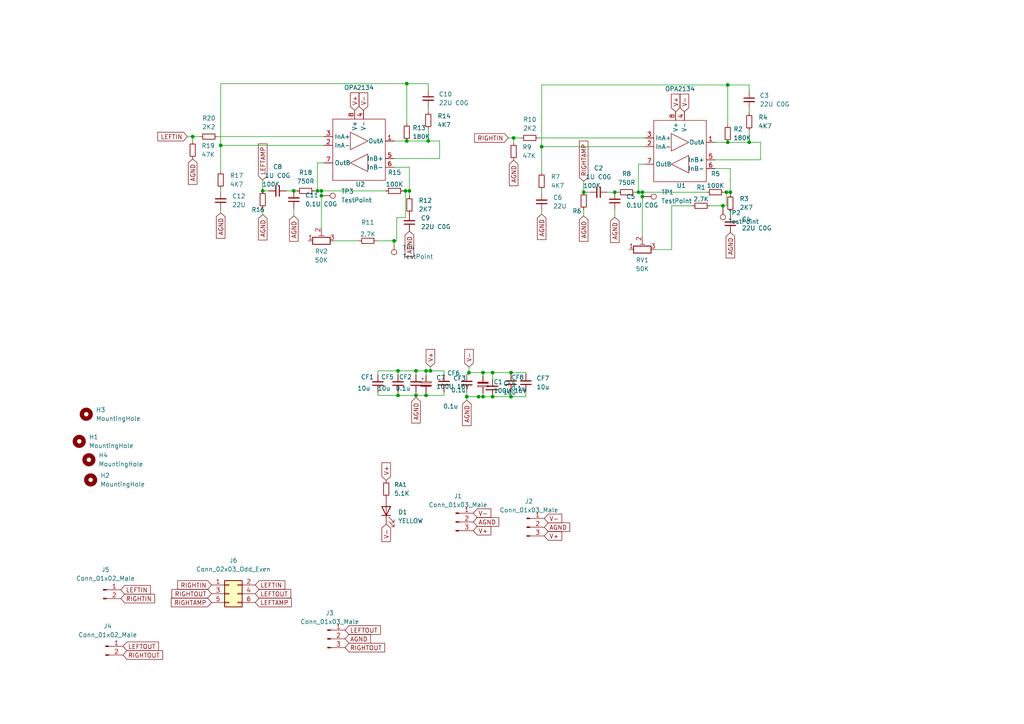
<source format=kicad_sch>
(kicad_sch (version 20230121) (generator eeschema)
  (paper "A4")
  (lib_symbols
    (symbol "Amplifier_Audio:OPA2134"
      (property "Reference" "U" (at 0 -2.54 0))
      (property "Value" "OPA2134" (at 0 0 0))
      (symbol "OPA2134_0_1"
        (rectangle (start -7.62 16.51) (end 7.62 -1.27))
        (polyline (pts (xy -2.54 12.7) (xy -2.54 7.62) (xy 2.54 10.16) (xy -2.54 12.7)))
        (polyline (pts (xy 2.54 6.35) (xy 2.54 1.27) (xy -2.54 3.81) (xy 2.54 6.35)))
      )
      (symbol "OPA2134_1_1"
        (pin output line (at 10.16 10.16 180) (length 2.54) (name "OutA") (number "1"))
        (pin input line (at -10.16 8.89 0) (length 2.54) (name "InA-") (number "2"))
        (pin input line (at -10.16 11.43 0) (length 2.54) (name "InA+") (number "3"))
        (pin input line (at 1.27 19.05 270) (length 2.54) (name "V-") (number "4"))
        (pin input line (at 10.16 5.08 180) (length 2.54) (name "InB+") (number "5"))
        (pin input line (at 10.16 2.54 180) (length 2.54) (name "InB-") (number "6"))
        (pin output line (at -10.16 3.81 0) (length 2.54) (name "OutB") (number "7"))
        (pin input line (at -1.27 19.05 270) (length 2.54) (name "V+") (number "8"))
      )
    )
    (symbol "Connector:Conn_01x02_Male" (pin_names (offset 1.016) hide)
      (property "Reference" "J" (at 0 2.54 0))
      (property "Value" "Conn_01x02_Male" (at 0 -5.08 0))
      (symbol "Conn_01x02_Male_1_1"
        (polyline (pts (xy 1.27 -2.54) (xy 0.8636 -2.54)) (stroke (width 0.1524)))
        (polyline (pts (xy 1.27 0) (xy 0.8636 0)) (stroke (width 0.1524)))
        (rectangle (start 0.8636 -2.413) (end 0 -2.667) (stroke (width 0.1524)) (fill (type outline)))
        (rectangle (start 0.8636 0.127) (end 0 -0.127) (stroke (width 0.1524)) (fill (type outline)))
        (pin passive line (at 5.08 0 180) (length 3.81) (name "Pin_1") (number "1"))
        (pin passive line (at 5.08 -2.54 180) (length 3.81) (name "Pin_2") (number "2"))
      )
    )
    (symbol "Connector:Conn_01x03_Male" (pin_names (offset 1.016) hide)
      (property "Reference" "J" (at 0 5.08 0))
      (property "Value" "Conn_01x03_Male" (at 0 -5.08 0))
      (symbol "Conn_01x03_Male_1_1"
        (polyline (pts (xy 1.27 -2.54) (xy 0.8636 -2.54)) (stroke (width 0.1524)))
        (polyline (pts (xy 1.27 0) (xy 0.8636 0)) (stroke (width 0.1524)))
        (polyline (pts (xy 1.27 2.54) (xy 0.8636 2.54)) (stroke (width 0.1524)))
        (rectangle (start 0.8636 -2.413) (end 0 -2.667) (stroke (width 0.1524)) (fill (type outline)))
        (rectangle (start 0.8636 0.127) (end 0 -0.127) (stroke (width 0.1524)) (fill (type outline)))
        (rectangle (start 0.8636 2.667) (end 0 2.413) (stroke (width 0.1524)) (fill (type outline)))
        (pin passive line (at 5.08 2.54 180) (length 3.81) (name "Pin_1") (number "1"))
        (pin passive line (at 5.08 0 180) (length 3.81) (name "Pin_2") (number "2"))
        (pin passive line (at 5.08 -2.54 180) (length 3.81) (name "Pin_3") (number "3"))
      )
    )
    (symbol "Connector:TestPoint" (pin_numbers hide) (pin_names (offset 0.762) hide)
      (property "Reference" "TP" (at 0 6.858 0))
      (property "Value" "TestPoint" (at 0 5.08 0))
      (symbol "TestPoint_0_1"
        (circle (center 0 3.302) (radius 0.762))
      )
      (symbol "TestPoint_1_1"
        (pin passive line (at 0 0 90) (length 2.54) (name "1") (number "1"))
      )
    )
    (symbol "Connector_Generic:Conn_02x03_Odd_Even" (pin_names (offset 1.016) hide)
      (property "Reference" "J" (at 1.27 5.08 0))
      (property "Value" "Conn_02x03_Odd_Even" (at 1.27 -5.08 0))
      (symbol "Conn_02x03_Odd_Even_1_1"
        (rectangle (start -1.27 -2.413) (end 0 -2.667) (stroke (width 0.1524)))
        (rectangle (start -1.27 0.127) (end 0 -0.127) (stroke (width 0.1524)))
        (rectangle (start -1.27 2.667) (end 0 2.413) (stroke (width 0.1524)))
        (rectangle (start -1.27 3.81) (end 3.81 -3.81) (stroke (width 0.254)) (fill (type background)))
        (rectangle (start 3.81 -2.413) (end 2.54 -2.667) (stroke (width 0.1524)))
        (rectangle (start 3.81 0.127) (end 2.54 -0.127) (stroke (width 0.1524)))
        (rectangle (start 3.81 2.667) (end 2.54 2.413) (stroke (width 0.1524)))
        (pin passive line (at -5.08 2.54 0) (length 3.81) (name "Pin_1") (number "1"))
        (pin passive line (at 7.62 2.54 180) (length 3.81) (name "Pin_2") (number "2"))
        (pin passive line (at -5.08 0 0) (length 3.81) (name "Pin_3") (number "3"))
        (pin passive line (at 7.62 0 180) (length 3.81) (name "Pin_4") (number "4"))
        (pin passive line (at -5.08 -2.54 0) (length 3.81) (name "Pin_5") (number "5"))
        (pin passive line (at 7.62 -2.54 180) (length 3.81) (name "Pin_6") (number "6"))
      )
    )
    (symbol "Device:C_Polarized_Small" (pin_numbers hide) (pin_names (offset 0.254) hide)
      (property "Reference" "C" (at 0.254 1.778 0))
      (property "Value" "C_Polarized_Small" (at 0.254 -2.032 0))
      (symbol "C_Polarized_Small_0_1"
        (rectangle (start -1.524 -0.3048) (end 1.524 -0.6858) (fill (type outline)))
        (rectangle (start -1.524 0.6858) (end 1.524 0.3048))
        (polyline (pts (xy -1.27 1.524) (xy -0.762 1.524)))
        (polyline (pts (xy -1.016 1.27) (xy -1.016 1.778)))
      )
      (symbol "C_Polarized_Small_1_1"
        (pin passive line (at 0 2.54 270) (length 1.8542) (name "~") (number "1"))
        (pin passive line (at 0 -2.54 90) (length 1.8542) (name "~") (number "2"))
      )
    )
    (symbol "Device:C_Small" (pin_numbers hide) (pin_names (offset 0.254) hide)
      (property "Reference" "C" (at 0.254 1.778 0))
      (property "Value" "C_Small" (at 0.254 -2.032 0))
      (symbol "C_Small_0_1"
        (polyline (pts (xy -1.524 -0.508) (xy 1.524 -0.508)) (stroke (width 0.3302)))
        (polyline (pts (xy -1.524 0.508) (xy 1.524 0.508)) (stroke (width 0.3048)))
      )
      (symbol "C_Small_1_1"
        (pin passive line (at 0 2.54 270) (length 2.032) (name "~") (number "1"))
        (pin passive line (at 0 -2.54 90) (length 2.032) (name "~") (number "2"))
      )
    )
    (symbol "Device:LED" (pin_numbers hide) (pin_names (offset 1.016) hide)
      (property "Reference" "D" (at 0 2.54 0))
      (property "Value" "LED" (at 0 -2.54 0))
      (symbol "LED_0_1"
        (polyline (pts (xy -1.27 -1.27) (xy -1.27 1.27)) (stroke (width 0.254)))
        (polyline (pts (xy -1.27 0) (xy 1.27 0)))
        (polyline (pts (xy 1.27 -1.27) (xy 1.27 1.27) (xy -1.27 0) (xy 1.27 -1.27)) (stroke (width 0.254)))
        (polyline (pts (xy -3.048 -0.762) (xy -4.572 -2.286) (xy -3.81 -2.286) (xy -4.572 -2.286) (xy -4.572 -1.524)))
        (polyline (pts (xy -1.778 -0.762) (xy -3.302 -2.286) (xy -2.54 -2.286) (xy -3.302 -2.286) (xy -3.302 -1.524)))
      )
      (symbol "LED_1_1"
        (pin passive line (at -3.81 0 0) (length 2.54) (name "K") (number "1"))
        (pin passive line (at 3.81 0 180) (length 2.54) (name "A") (number "2"))
      )
    )
    (symbol "Device:R_Potentiometer_Trim" (pin_names (offset 1.016) hide)
      (property "Reference" "RV" (at -4.445 0 90))
      (property "Value" "R_Potentiometer_Trim" (at -2.54 0 90))
      (symbol "R_Potentiometer_Trim_0_1"
        (polyline (pts (xy 1.524 0.762) (xy 1.524 -0.762)))
        (polyline (pts (xy 2.54 0) (xy 1.524 0)))
        (rectangle (start 1.016 2.54) (end -1.016 -2.54) (stroke (width 0.254)))
      )
      (symbol "R_Potentiometer_Trim_1_1"
        (pin passive line (at 0 3.81 270) (length 1.27) (name "1") (number "1"))
        (pin passive line (at 3.81 0 180) (length 1.27) (name "2") (number "2"))
        (pin passive line (at 0 -3.81 90) (length 1.27) (name "3") (number "3"))
      )
    )
    (symbol "Device:R_Small" (pin_numbers hide) (pin_names (offset 0.254) hide)
      (property "Reference" "R" (at 0.762 0.508 0))
      (property "Value" "R_Small" (at 0.762 -1.016 0))
      (symbol "R_Small_0_1"
        (rectangle (start -0.762 1.778) (end 0.762 -1.778) (stroke (width 0.2032)))
      )
      (symbol "R_Small_1_1"
        (pin passive line (at 0 2.54 270) (length 0.762) (name "~") (number "1"))
        (pin passive line (at 0 -2.54 90) (length 0.762) (name "~") (number "2"))
      )
    )
    (symbol "Mechanical:MountingHole" (pin_names (offset 1.016))
      (property "Reference" "H" (at 0 5.08 0))
      (property "Value" "MountingHole" (at 0 3.175 0))
      (symbol "MountingHole_0_1"
        (circle (center 0 0) (radius 1.27) (stroke (width 1.27)))
      )
    )
  )
  (junction (at 92.075 55.372))
  (junction (at 178.308 55.753))
  (junction (at 117.602 55.372))
  (junction (at 186.309 57.023))
  (junction (at 115.443 107.569))
  (junction (at 185.166 55.753))
  (junction (at 211.074 24.638))
  (junction (at 123.571 114.681))
  (junction (at 123.571 107.569))
  (junction (at 148.209 108.077))
  (junction (at 157.099 42.545))
  (junction (at 124.206 40.894))
  (junction (at 142.875 115.062))
  (junction (at 118.745 55.372))
  (junction (at 93.218 55.372))
  (junction (at 186.309 55.753))
  (junction (at 210.693 55.753))
  (junction (at 211.074 41.275))
  (junction (at 135.382 115.062))
  (junction (at 136.017 108.077))
  (junction (at 64.008 42.164))
  (junction (at 117.983 24.257))
  (junction (at 76.2 55.372))
  (junction (at 209.677 59.69))
  (junction (at 140.081 115.062))
  (junction (at 211.836 55.753))
  (junction (at 93.218 56.769))
  (junction (at 124.841 107.569))
  (junction (at 120.65 107.569))
  (junction (at 55.88 39.624))
  (junction (at 148.971 40.005))
  (junction (at 115.443 114.681))
  (junction (at 117.983 40.894))
  (junction (at 114.3 69.85))
  (junction (at 142.875 108.077))
  (junction (at 120.65 114.681))
  (junction (at 169.291 55.753))
  (junction (at 85.217 55.372))
  (junction (at 140.081 108.077))
  (junction (at 217.297 41.275))
  (junction (at 138.811 115.062))
  (junction (at 148.209 115.062))
  (wire (pts (xy 124.206 32.385) (xy 124.206 31.115)))
  (wire (pts (xy 117.602 55.372) (xy 118.745 55.372)))
  (wire (pts (xy 118.745 48.514) (xy 118.745 55.372)))
  (wire (pts (xy 92.075 47.244) (xy 93.98 47.244)))
  (wire (pts (xy 157.099 56.007) (xy 157.099 55.118)))
  (wire (pts (xy 178.308 62.992) (xy 178.308 60.833)))
  (wire (pts (xy 117.983 24.257) (xy 117.983 35.814)))
  (wire (pts (xy 118.745 55.372) (xy 118.745 56.896)))
  (wire (pts (xy 152.527 108.077) (xy 148.209 108.077)))
  (wire (pts (xy 185.166 55.753) (xy 185.166 47.625)))
  (wire (pts (xy 186.309 55.753) (xy 185.166 55.753)))
  (wire (pts (xy 115.062 69.85) (xy 114.3 69.85)))
  (wire (pts (xy 115.443 114.681) (xy 120.65 114.681)))
  (wire (pts (xy 136.017 108.077) (xy 140.081 108.077)))
  (wire (pts (xy 76.2 62.23) (xy 76.2 60.452)))
  (wire (pts (xy 93.218 55.372) (xy 111.887 55.372)))
  (wire (pts (xy 211.074 24.638) (xy 211.074 36.195)))
  (wire (pts (xy 114.3 45.974) (xy 127.508 45.974)))
  (wire (pts (xy 123.571 108.839) (xy 123.571 107.569)))
  (wire (pts (xy 123.571 113.919) (xy 123.571 114.681)))
  (wire (pts (xy 115.443 108.712) (xy 115.443 107.569)))
  (wire (pts (xy 185.166 47.625) (xy 187.071 47.625)))
  (wire (pts (xy 184.277 55.753) (xy 185.166 55.753)))
  (wire (pts (xy 123.571 114.681) (xy 128.778 114.681)))
  (wire (pts (xy 128.778 108.585) (xy 128.778 107.569)))
  (wire (pts (xy 140.081 114.046) (xy 140.081 115.062)))
  (wire (pts (xy 148.971 41.402) (xy 148.971 40.005)))
  (wire (pts (xy 186.309 57.023) (xy 186.309 55.753)))
  (wire (pts (xy 217.297 24.638) (xy 211.074 24.638)))
  (wire (pts (xy 169.291 62.611) (xy 169.291 60.833)))
  (wire (pts (xy 93.218 55.372) (xy 92.075 55.372)))
  (wire (pts (xy 114.3 48.514) (xy 118.745 48.514)))
  (wire (pts (xy 148.971 40.005) (xy 151.13 40.005)))
  (wire (pts (xy 127.508 40.894) (xy 127.508 45.974)))
  (wire (pts (xy 211.836 62.357) (xy 211.836 61.468)))
  (wire (pts (xy 152.527 115.062) (xy 148.209 115.062)))
  (wire (pts (xy 157.099 24.638) (xy 211.074 24.638)))
  (wire (pts (xy 117.602 55.372) (xy 117.602 63.119)))
  (wire (pts (xy 148.209 108.077) (xy 142.875 108.077)))
  (wire (pts (xy 109.601 107.569) (xy 115.443 107.569)))
  (wire (pts (xy 140.081 115.062) (xy 142.875 115.062)))
  (wire (pts (xy 83.058 55.372) (xy 85.217 55.372)))
  (wire (pts (xy 64.008 61.722) (xy 64.008 60.706)))
  (wire (pts (xy 124.841 107.569) (xy 123.571 107.569)))
  (wire (pts (xy 120.65 107.569) (xy 120.65 108.712)))
  (wire (pts (xy 109.601 114.681) (xy 115.443 114.681)))
  (wire (pts (xy 64.008 24.257) (xy 117.983 24.257)))
  (wire (pts (xy 207.391 46.355) (xy 220.599 46.355)))
  (wire (pts (xy 217.297 41.275) (xy 220.599 41.275)))
  (wire (pts (xy 63.119 39.624) (xy 93.98 39.624)))
  (wire (pts (xy 64.008 42.164) (xy 93.98 42.164)))
  (wire (pts (xy 157.099 42.545) (xy 187.071 42.545)))
  (wire (pts (xy 136.017 106.426) (xy 136.017 108.077)))
  (wire (pts (xy 138.684 114.935) (xy 138.811 115.062)))
  (wire (pts (xy 76.2 52.197) (xy 76.2 55.372)))
  (wire (pts (xy 91.186 55.372) (xy 92.075 55.372)))
  (wire (pts (xy 124.206 24.257) (xy 117.983 24.257)))
  (wire (pts (xy 124.206 37.465) (xy 124.206 40.894)))
  (wire (pts (xy 211.836 55.753) (xy 211.836 56.388)))
  (wire (pts (xy 178.308 55.753) (xy 179.197 55.753)))
  (wire (pts (xy 109.601 113.792) (xy 109.601 114.681)))
  (wire (pts (xy 109.601 108.712) (xy 109.601 107.569)))
  (wire (pts (xy 157.099 42.545) (xy 157.099 50.038)))
  (wire (pts (xy 117.983 40.894) (xy 124.206 40.894)))
  (wire (pts (xy 211.074 41.275) (xy 217.297 41.275)))
  (wire (pts (xy 136.017 108.585) (xy 135.382 108.585)))
  (wire (pts (xy 128.778 107.569) (xy 124.841 107.569)))
  (wire (pts (xy 85.217 62.611) (xy 85.217 60.452)))
  (wire (pts (xy 124.206 26.035) (xy 124.206 24.257)))
  (wire (pts (xy 156.21 40.005) (xy 187.071 40.005)))
  (wire (pts (xy 140.081 108.966) (xy 140.081 108.077)))
  (wire (pts (xy 115.062 63.119) (xy 115.062 69.85)))
  (wire (pts (xy 194.818 59.69) (xy 194.818 72.39)))
  (wire (pts (xy 93.218 56.769) (xy 93.218 66.04)))
  (wire (pts (xy 186.309 57.023) (xy 186.309 68.58)))
  (wire (pts (xy 124.206 40.894) (xy 127.508 40.894)))
  (wire (pts (xy 92.075 55.372) (xy 92.075 47.244)))
  (wire (pts (xy 157.099 62.103) (xy 157.099 61.087)))
  (wire (pts (xy 114.3 69.85) (xy 109.22 69.85)))
  (wire (pts (xy 135.382 113.665) (xy 135.382 115.062)))
  (wire (pts (xy 140.081 108.077) (xy 142.875 108.077)))
  (wire (pts (xy 148.209 108.458) (xy 148.209 108.077)))
  (wire (pts (xy 186.309 55.753) (xy 204.978 55.753)))
  (wire (pts (xy 104.14 69.85) (xy 97.028 69.85)))
  (wire (pts (xy 210.693 55.753) (xy 211.836 55.753)))
  (wire (pts (xy 64.008 42.164) (xy 64.008 49.657)))
  (wire (pts (xy 120.65 114.681) (xy 123.571 114.681)))
  (wire (pts (xy 194.818 72.39) (xy 190.119 72.39)))
  (wire (pts (xy 147.447 40.005) (xy 148.971 40.005)))
  (wire (pts (xy 220.599 41.275) (xy 220.599 46.355)))
  (wire (pts (xy 55.88 41.021) (xy 55.88 39.624)))
  (wire (pts (xy 210.693 55.753) (xy 210.693 59.69)))
  (wire (pts (xy 169.291 55.753) (xy 171.069 55.753)))
  (wire (pts (xy 217.297 26.416) (xy 217.297 24.638)))
  (wire (pts (xy 55.88 39.624) (xy 58.039 39.624)))
  (wire (pts (xy 117.602 63.119) (xy 115.062 63.119)))
  (wire (pts (xy 115.443 113.792) (xy 115.443 114.681)))
  (wire (pts (xy 114.3 40.894) (xy 117.983 40.894)))
  (wire (pts (xy 124.841 106.426) (xy 124.841 107.569)))
  (wire (pts (xy 217.297 37.846) (xy 217.297 41.275)))
  (wire (pts (xy 54.356 39.624) (xy 55.88 39.624)))
  (wire (pts (xy 152.527 108.458) (xy 152.527 108.077)))
  (wire (pts (xy 205.867 59.69) (xy 209.677 59.69)))
  (wire (pts (xy 116.967 55.372) (xy 117.602 55.372)))
  (wire (pts (xy 120.65 114.681) (xy 120.65 115.316)))
  (wire (pts (xy 64.008 42.164) (xy 64.008 24.257)))
  (wire (pts (xy 148.209 113.538) (xy 148.209 115.062)))
  (wire (pts (xy 169.291 52.578) (xy 169.291 55.753)))
  (wire (pts (xy 93.218 56.769) (xy 93.218 55.372)))
  (wire (pts (xy 152.527 113.538) (xy 152.527 115.062)))
  (wire (pts (xy 64.008 55.626) (xy 64.008 54.737)))
  (wire (pts (xy 210.693 59.69) (xy 209.677 59.69)))
  (wire (pts (xy 136.017 108.077) (xy 136.017 108.585)))
  (wire (pts (xy 210.058 55.753) (xy 210.693 55.753)))
  (wire (pts (xy 157.099 42.545) (xy 157.099 24.638)))
  (wire (pts (xy 128.778 113.665) (xy 128.778 114.681)))
  (wire (pts (xy 207.391 48.895) (xy 211.836 48.895)))
  (wire (pts (xy 142.875 109.982) (xy 142.875 108.077)))
  (wire (pts (xy 138.811 115.062) (xy 140.081 115.062)))
  (wire (pts (xy 148.209 115.062) (xy 142.875 115.062)))
  (wire (pts (xy 123.571 107.569) (xy 120.65 107.569)))
  (wire (pts (xy 217.297 32.766) (xy 217.297 31.496)))
  (wire (pts (xy 194.818 59.69) (xy 200.787 59.69)))
  (wire (pts (xy 176.149 55.753) (xy 178.308 55.753)))
  (wire (pts (xy 120.65 113.792) (xy 120.65 114.681)))
  (wire (pts (xy 135.382 115.062) (xy 138.811 115.062)))
  (wire (pts (xy 211.836 48.895) (xy 211.836 55.753)))
  (wire (pts (xy 76.2 55.372) (xy 77.978 55.372)))
  (wire (pts (xy 115.443 107.569) (xy 120.65 107.569)))
  (wire (pts (xy 135.382 115.062) (xy 135.382 116.078)))
  (wire (pts (xy 85.217 55.372) (xy 86.106 55.372)))
  (wire (pts (xy 207.391 41.275) (xy 211.074 41.275)))
  (global_label "AGND" (shape input) (at 118.745 67.056 270) (property "Intersheetrefs" "${INTERSHEET_REFS}" (effects hide)))
  (global_label "LEFTIN" (shape input) (at 74.041 169.672 0) (property "Intersheetrefs" "${INTERSHEET_REFS}" (effects hide)))
  (global_label "RIGHTOUT" (shape input) (at 35.687 189.992 0) (property "Intersheetrefs" "${INTERSHEET_REFS}" (effects hide)))
  (global_label "LEFTIN" (shape input) (at 54.356 39.624 180) (property "Intersheetrefs" "${INTERSHEET_REFS}" (effects hide)))
  (global_label "RIGHTAMP" (shape input) (at 61.341 174.752 180) (property "Intersheetrefs" "${INTERSHEET_REFS}" (effects hide)))
  (global_label "LEFTOUT" (shape input) (at 74.041 172.212 0) (property "Intersheetrefs" "${INTERSHEET_REFS}" (effects hide)))
  (global_label "AGND" (shape input) (at 55.88 46.101 270) (property "Intersheetrefs" "${INTERSHEET_REFS}" (effects hide)))
  (global_label "LEFTAMP" (shape input) (at 74.041 174.752 0) (property "Intersheetrefs" "${INTERSHEET_REFS}" (effects hide)))
  (global_label "AGND" (shape input) (at 157.861 152.908 0) (property "Intersheetrefs" "${INTERSHEET_REFS}" (effects hide)))
  (global_label "V-" (shape input) (at 105.41 32.004 90) (property "Intersheetrefs" "${INTERSHEET_REFS}" (effects hide)))
  (global_label "AGND" (shape input) (at 169.291 62.611 270) (property "Intersheetrefs" "${INTERSHEET_REFS}" (effects hide)))
  (global_label "AGND" (shape input) (at 178.308 62.992 270) (property "Intersheetrefs" "${INTERSHEET_REFS}" (effects hide)))
  (global_label "AGND" (shape input) (at 76.2 62.23 270) (property "Intersheetrefs" "${INTERSHEET_REFS}" (effects hide)))
  (global_label "AGND" (shape input) (at 85.217 62.611 270) (property "Intersheetrefs" "${INTERSHEET_REFS}" (effects hide)))
  (global_label "AGND" (shape input) (at 120.65 115.316 270) (property "Intersheetrefs" "${INTERSHEET_REFS}" (effects hide)))
  (global_label "LEFTAMP" (shape input) (at 76.2 52.197 90) (property "Intersheetrefs" "${INTERSHEET_REFS}" (effects hide)))
  (global_label "RIGHTIN" (shape input) (at 61.341 169.672 180) (property "Intersheetrefs" "${INTERSHEET_REFS}" (effects hide)))
  (global_label "V-" (shape input) (at 112.014 152.019 270) (property "Intersheetrefs" "${INTERSHEET_REFS}" (effects hide)))
  (global_label "V-" (shape input) (at 157.861 150.368 0) (property "Intersheetrefs" "${INTERSHEET_REFS}" (effects hide)))
  (global_label "AGND" (shape input) (at 64.008 61.722 270) (property "Intersheetrefs" "${INTERSHEET_REFS}" (effects hide)))
  (global_label "V-" (shape input) (at 136.017 106.426 90) (property "Intersheetrefs" "${INTERSHEET_REFS}" (effects hide)))
  (global_label "V+" (shape input) (at 137.287 153.924 0) (property "Intersheetrefs" "${INTERSHEET_REFS}" (effects hide)))
  (global_label "AGND" (shape input) (at 157.099 62.103 270) (property "Intersheetrefs" "${INTERSHEET_REFS}" (effects hide)))
  (global_label "RIGHTOUT" (shape input) (at 100.076 187.833 0) (property "Intersheetrefs" "${INTERSHEET_REFS}" (effects hide)))
  (global_label "V+" (shape input) (at 157.861 155.448 0) (property "Intersheetrefs" "${INTERSHEET_REFS}" (effects hide)))
  (global_label "LEFTIN" (shape input) (at 35.052 171.069 0) (property "Intersheetrefs" "${INTERSHEET_REFS}" (effects hide)))
  (global_label "RIGHTIN" (shape input) (at 147.447 40.005 180) (property "Intersheetrefs" "${INTERSHEET_REFS}" (effects hide)))
  (global_label "RIGHTIN" (shape input) (at 35.052 173.609 0) (property "Intersheetrefs" "${INTERSHEET_REFS}" (effects hide)))
  (global_label "V-" (shape input) (at 198.501 32.385 90) (property "Intersheetrefs" "${INTERSHEET_REFS}" (effects hide)))
  (global_label "RIGHTOUT" (shape input) (at 61.341 172.212 180) (property "Intersheetrefs" "${INTERSHEET_REFS}" (effects hide)))
  (global_label "V-" (shape input) (at 137.287 148.844 0) (property "Intersheetrefs" "${INTERSHEET_REFS}" (effects hide)))
  (global_label "V+" (shape input) (at 195.961 32.385 90) (property "Intersheetrefs" "${INTERSHEET_REFS}" (effects hide)))
  (global_label "V+" (shape input) (at 112.014 139.319 90) (property "Intersheetrefs" "${INTERSHEET_REFS}" (effects hide)))
  (global_label "AGND" (shape input) (at 135.382 116.078 270) (property "Intersheetrefs" "${INTERSHEET_REFS}" (effects hide)))
  (global_label "LEFTOUT" (shape input) (at 35.687 187.452 0) (property "Intersheetrefs" "${INTERSHEET_REFS}" (effects hide)))
  (global_label "AGND" (shape input) (at 100.076 185.293 0) (property "Intersheetrefs" "${INTERSHEET_REFS}" (effects hide)))
  (global_label "LEFTOUT" (shape input) (at 100.076 182.753 0) (property "Intersheetrefs" "${INTERSHEET_REFS}" (effects hide)))
  (global_label "V+" (shape input) (at 124.841 106.426 90) (property "Intersheetrefs" "${INTERSHEET_REFS}" (effects hide)))
  (global_label "AGND" (shape input) (at 137.287 151.384 0) (property "Intersheetrefs" "${INTERSHEET_REFS}" (effects hide)))
  (global_label "AGND" (shape input) (at 148.971 46.482 270) (property "Intersheetrefs" "${INTERSHEET_REFS}" (effects hide)))
  (global_label "V+" (shape input) (at 102.87 32.004 90) (property "Intersheetrefs" "${INTERSHEET_REFS}" (effects hide)))
  (global_label "RIGHTAMP" (shape input) (at 169.291 52.578 90) (property "Intersheetrefs" "${INTERSHEET_REFS}" (effects hide)))
  (global_label "AGND" (shape input) (at 211.836 67.437 270) (property "Intersheetrefs" "${INTERSHEET_REFS}" (effects hide)))
  (symbol (lib_id "Device:R_Small") (at 203.327 59.69 90) (unit 1)
    (property "Reference" "R1" (at 203.327 54.356 90))
    (property "Value" "2.7K" (at 203.327 57.785 90))
    (property "Footprint" "Resistor_SMD:R_0805_2012Metric_Pad1.20x1.40mm_HandSolder" (effects hide))
  )
  (symbol (lib_id "Device:R_Small") (at 211.836 58.928 180) (unit 1)
    (property "Reference" "R3" (at 214.503 57.6579 0) (effects (justify right)))
    (property "Value" "2K7" (at 214.503 60.1979 0) (effects (justify right)))
    (property "Footprint" "Resistor_SMD:R_0805_2012Metric_Pad1.20x1.40mm_HandSolder" (effects hide))
  )
  (symbol (lib_id "Connector:Conn_01x03_Male") (at 132.207 151.384 0) (unit 1)
    (property "Reference" "J1" (at 132.842 143.891 0))
    (property "Value" "Conn_01x03_Male" (at 132.842 146.431 0))
    (property "Footprint" "Connector_JST:JST_PH_B3B-PH-K_1x03_P2.00mm_Vertical" (effects hide))
  )
  (symbol (lib_id "Device:C_Polarized_Small") (at 123.571 111.379 0) (unit 1)
    (property "Reference" "C7" (at 126.492 109.5628 0) (effects (justify left)))
    (property "Value" "100U 16V" (at 126.492 112.1028 0) (effects (justify left)))
    (property "Footprint" "Capacitor_THT:CP_Radial_D6.3mm_P2.50mm" (effects hide))
  )
  (symbol (lib_id "Device:R_Small") (at 148.971 43.942 180) (unit 1)
    (property "Reference" "R9" (at 151.511 42.6719 0) (effects (justify right)))
    (property "Value" "47K" (at 151.511 45.2119 0) (effects (justify right)))
    (property "Footprint" "Resistor_SMD:R_0805_2012Metric_Pad1.20x1.40mm_HandSolder" (effects hide))
  )
  (symbol (lib_id "Mechanical:MountingHole") (at 22.987 128.016 0) (unit 1)
    (property "Reference" "H1" (at 25.781 126.7459 0) (effects (justify left)))
    (property "Value" "MountingHole" (at 25.781 129.2859 0) (effects (justify left)))
    (property "Footprint" "MountingHole:MountingHole_3.2mm_M3" (effects hide))
  )
  (symbol (lib_id "Device:R_Small") (at 60.579 39.624 90) (unit 1)
    (property "Reference" "R20" (at 60.579 34.29 90))
    (property "Value" "2K2" (at 60.579 36.83 90))
    (property "Footprint" "Resistor_SMD:R_0805_2012Metric_Pad1.20x1.40mm_HandSolder" (effects hide))
  )
  (symbol (lib_id "Device:C_Polarized_Small") (at 140.081 111.506 180) (unit 1)
    (property "Reference" "C1" (at 143.129 110.782 0) (effects (justify right)))
    (property "Value" "100U 16V" (at 143.129 113.322 0) (effects (justify right)))
    (property "Footprint" "Capacitor_THT:CP_Radial_D6.3mm_P2.50mm" (effects hide))
  )
  (symbol (lib_id "Connector:TestPoint") (at 93.218 56.769 270) (unit 1)
    (property "Reference" "TP3" (at 98.933 55.4989 90) (effects (justify left)))
    (property "Value" "TestPoint" (at 98.933 58.0389 90) (effects (justify left)))
    (property "Footprint" "TestPoint:TestPoint_THTPad_1.5x1.5mm_Drill0.7mm" (effects hide))
  )
  (symbol (lib_id "Device:R_Small") (at 55.88 43.561 180) (unit 1)
    (property "Reference" "R19" (at 58.42 42.2909 0) (effects (justify right)))
    (property "Value" "47K" (at 58.42 44.8309 0) (effects (justify right)))
    (property "Footprint" "Resistor_SMD:R_0805_2012Metric_Pad1.20x1.40mm_HandSolder" (effects hide))
  )
  (symbol (lib_id "Device:C_Small") (at 217.297 28.956 0) (unit 1)
    (property "Reference" "C3" (at 220.345 27.6922 0) (effects (justify left)))
    (property "Value" "22U C0G" (at 220.345 30.2322 0) (effects (justify left)))
    (property "Footprint" "Capacitor_THT:CP_Radial_D5.0mm_P2.00mm" (effects hide))
  )
  (symbol (lib_id "Device:R_Small") (at 64.008 52.197 180) (unit 1)
    (property "Reference" "R17" (at 66.675 50.9269 0) (effects (justify right)))
    (property "Value" "4K7" (at 66.675 53.4669 0) (effects (justify right)))
    (property "Footprint" "Resistor_SMD:R_0805_2012Metric_Pad1.20x1.40mm_HandSolder" (effects hide))
  )
  (symbol (lib_id "Device:R_Small") (at 124.206 34.925 180) (unit 1)
    (property "Reference" "R14" (at 126.873 33.6549 0) (effects (justify right)))
    (property "Value" "4K7" (at 126.873 36.1949 0) (effects (justify right)))
    (property "Footprint" "Resistor_SMD:R_0805_2012Metric_Pad1.20x1.40mm_HandSolder" (effects hide))
  )
  (symbol (lib_id "Connector:Conn_01x02_Male") (at 29.972 171.069 0) (unit 1)
    (property "Reference" "J5" (at 30.607 165.227 0))
    (property "Value" "Conn_01x02_Male" (at 30.607 167.767 0))
    (property "Footprint" "Connector_JST:JST_PH_B2B-PH-K_1x02_P2.00mm_Vertical" (effects hide))
  )
  (symbol (lib_id "Device:R_Small") (at 211.074 38.735 0) (unit 1)
    (property "Reference" "R2" (at 212.725 37.4649 0) (effects (justify left)))
    (property "Value" "180K" (at 212.725 40.0049 0) (effects (justify left)))
    (property "Footprint" "Resistor_SMD:R_0805_2012Metric_Pad1.20x1.40mm_HandSolder" (effects hide))
  )
  (symbol (lib_id "Device:R_Small") (at 114.427 55.372 90) (unit 1)
    (property "Reference" "R15" (at 114.427 50.038 90))
    (property "Value" "100K" (at 114.427 53.467 90))
    (property "Footprint" "Resistor_SMD:R_0805_2012Metric_Pad1.20x1.40mm_HandSolder" (effects hide))
  )
  (symbol (lib_id "Device:C_Small") (at 80.518 55.372 270) (unit 1)
    (property "Reference" "C8" (at 80.5116 48.387 90))
    (property "Value" "1U C0G" (at 80.5116 50.927 90))
    (property "Footprint" "Capacitor_THT:CP_Radial_D5.0mm_P2.00mm" (effects hide))
  )
  (symbol (lib_id "Device:R_Small") (at 106.68 69.85 90) (unit 1)
    (property "Reference" "R11" (at 106.68 64.516 90))
    (property "Value" "2.7K" (at 106.68 67.945 90))
    (property "Footprint" "Resistor_SMD:R_0805_2012Metric_Pad1.20x1.40mm_HandSolder" (effects hide))
  )
  (symbol (lib_id "Mechanical:MountingHole") (at 26.289 139.192 0) (unit 1)
    (property "Reference" "H2" (at 29.083 137.9219 0) (effects (justify left)))
    (property "Value" "MountingHole" (at 29.083 140.4619 0) (effects (justify left)))
    (property "Footprint" "MountingHole:MountingHole_3.2mm_M3" (effects hide))
  )
  (symbol (lib_id "Device:R_Small") (at 112.014 141.859 180) (unit 1)
    (property "Reference" "RA1" (at 114.3 140.5889 0) (effects (justify right)))
    (property "Value" "5.1K" (at 114.3 143.1289 0) (effects (justify right)))
    (property "Footprint" "Resistor_SMD:R_0603_1608Metric" (effects hide))
  )
  (symbol (lib_id "Device:C_Small") (at 178.308 58.293 180) (unit 1)
    (property "Reference" "C5" (at 181.61 57.0165 0) (effects (justify right)))
    (property "Value" "0.1U C0G" (at 181.61 59.5565 0) (effects (justify right)))
    (property "Footprint" "Capacitor_SMD:C_1206_3216Metric_Pad1.33x1.80mm_HandSolder" (effects hide))
  )
  (symbol (lib_id "Device:R_Small") (at 153.67 40.005 90) (unit 1)
    (property "Reference" "R10" (at 153.67 34.671 90))
    (property "Value" "2K2" (at 153.67 37.211 90))
    (property "Footprint" "Resistor_SMD:R_0805_2012Metric_Pad1.20x1.40mm_HandSolder" (effects hide))
  )
  (symbol (lib_id "Device:LED") (at 112.014 148.209 90) (unit 1)
    (property "Reference" "D1" (at 115.443 148.5264 90) (effects (justify right)))
    (property "Value" "YELLOW" (at 115.443 151.0664 90) (effects (justify right)))
    (property "Footprint" "LED_SMD:LED_0805_2012Metric_Pad1.15x1.40mm_HandSolder" (effects hide))
  )
  (symbol (lib_id "Device:C_Small") (at 173.609 55.753 270) (unit 1)
    (property "Reference" "C2" (at 173.6026 48.768 90))
    (property "Value" "1U C0G" (at 173.6026 51.308 90))
    (property "Footprint" "Capacitor_THT:CP_Radial_D5.0mm_P2.00mm" (effects hide))
  )
  (symbol (lib_id "Device:R_Potentiometer_Trim") (at 93.218 69.85 90) (unit 1)
    (property "Reference" "RV2" (at 93.218 72.898 90))
    (property "Value" "50K" (at 93.218 75.438 90))
    (property "Footprint" "Potentiometer_THT:Potentiometer_Bourns_3296W_Vertical" (effects hide))
  )
  (symbol (lib_id "Device:R_Potentiometer_Trim") (at 186.309 72.39 90) (unit 1)
    (property "Reference" "RV1" (at 186.309 75.438 90))
    (property "Value" "50K" (at 186.309 77.978 90))
    (property "Footprint" "Potentiometer_THT:Potentiometer_Bourns_3296W_Vertical" (effects hide))
  )
  (symbol (lib_id "Device:C_Small") (at 109.601 111.252 180) (unit 1)
    (property "Reference" "CF1" (at 104.648 109.347 0) (effects (justify right)))
    (property "Value" "10u" (at 103.632 112.649 0) (effects (justify right)))
    (property "Footprint" "Capacitor_SMD:C_1206_3216Metric_Pad1.33x1.80mm_HandSolder" (effects hide))
  )
  (symbol (lib_id "Device:R_Small") (at 118.745 59.436 180) (unit 1)
    (property "Reference" "R12" (at 121.412 58.1659 0) (effects (justify right)))
    (property "Value" "2K7" (at 121.412 60.7059 0) (effects (justify right)))
    (property "Footprint" "Resistor_SMD:R_0805_2012Metric_Pad1.20x1.40mm_HandSolder" (effects hide))
  )
  (symbol (lib_id "Mechanical:MountingHole") (at 25.781 133.35 0) (unit 1)
    (property "Reference" "H4" (at 28.575 132.0799 0) (effects (justify left)))
    (property "Value" "MountingHole" (at 28.575 134.6199 0) (effects (justify left)))
    (property "Footprint" "MountingHole:MountingHole_3.2mm_M3" (effects hide))
  )
  (symbol (lib_id "Device:C_Small") (at 211.836 64.897 180) (unit 1)
    (property "Reference" "C4" (at 215.138 63.6205 0) (effects (justify right)))
    (property "Value" "22U C0G" (at 215.138 66.1605 0) (effects (justify right)))
    (property "Footprint" "Capacitor_THT:CP_Radial_D5.0mm_P2.00mm" (effects hide))
  )
  (symbol (lib_id "Mechanical:MountingHole") (at 25.019 120.142 0) (unit 1)
    (property "Reference" "H3" (at 27.813 118.8719 0) (effects (justify left)))
    (property "Value" "MountingHole" (at 27.813 121.4119 0) (effects (justify left)))
    (property "Footprint" "MountingHole:MountingHole_3.2mm_M3" (effects hide))
  )
  (symbol (lib_id "Device:R_Small") (at 169.291 58.293 180) (unit 1)
    (property "Reference" "R6" (at 165.989 61.214 0) (effects (justify right)))
    (property "Value" "100K" (at 169.164 53.848 0) (effects (justify right)))
    (property "Footprint" "Resistor_SMD:R_0805_2012Metric_Pad1.20x1.40mm_HandSolder" (effects hide))
  )
  (symbol (lib_id "Amplifier_Audio:OPA2134") (at 197.231 51.435 0) (unit 1)
    (property "Reference" "U1" (at 197.612 53.848 0))
    (property "Value" "OPA2134" (at 197.231 25.781 0))
    (property "Footprint" "Package_DIP:DIP-8_W7.62mm_Socket" (effects hide))
  )
  (symbol (lib_id "Device:R_Small") (at 88.646 55.372 90) (unit 1)
    (property "Reference" "R18" (at 88.646 50.038 90))
    (property "Value" "750R" (at 88.646 52.578 90))
    (property "Footprint" "Resistor_SMD:R_0805_2012Metric_Pad1.20x1.40mm_HandSolder" (effects hide))
  )
  (symbol (lib_id "Device:C_Small") (at 152.527 110.998 180) (unit 1)
    (property "Reference" "CF7" (at 155.575 109.7215 0) (effects (justify right)))
    (property "Value" "10u" (at 155.575 112.2615 0) (effects (justify right)))
    (property "Footprint" "Capacitor_SMD:C_1206_3216Metric_Pad1.33x1.80mm_HandSolder" (effects hide))
  )
  (symbol (lib_id "Connector_Generic:Conn_02x03_Odd_Even") (at 66.421 172.212 0) (unit 1)
    (property "Reference" "J6" (at 67.691 162.56 0))
    (property "Value" "Conn_02x03_Odd_Even" (at 67.691 165.1 0))
    (property "Footprint" "Connector_PinHeader_2.54mm:PinHeader_2x03_P2.54mm_Vertical" (effects hide))
  )
  (symbol (lib_id "Device:R_Small") (at 157.099 52.578 180) (unit 1)
    (property "Reference" "R7" (at 159.766 51.3079 0) (effects (justify right)))
    (property "Value" "4K7" (at 159.766 53.8479 0) (effects (justify right)))
    (property "Footprint" "Resistor_SMD:R_0805_2012Metric_Pad1.20x1.40mm_HandSolder" (effects hide))
  )
  (symbol (lib_id "Device:C_Small") (at 120.65 111.252 180) (unit 1)
    (property "Reference" "CF2" (at 115.697 109.347 0) (effects (justify right)))
    (property "Value" "0.1u" (at 114.681 112.649 0) (effects (justify right)))
    (property "Footprint" "Capacitor_SMD:C_0805_2012Metric_Pad1.18x1.45mm_HandSolder" (effects hide))
  )
  (symbol (lib_id "Device:C_Small") (at 148.209 110.998 180) (unit 1)
    (property "Reference" "CF8" (at 148.209 109.474 0) (effects (justify right)))
    (property "Value" "0.1u" (at 148.209 112.649 0) (effects (justify right)))
    (property "Footprint" "Capacitor_SMD:C_0805_2012Metric_Pad1.18x1.45mm_HandSolder" (effects hide))
  )
  (symbol (lib_id "Connector:TestPoint") (at 114.3 69.85 180) (unit 1)
    (property "Reference" "TP4" (at 116.713 71.8819 0) (effects (justify right)))
    (property "Value" "TestPoint" (at 116.713 74.4219 0) (effects (justify right)))
    (property "Footprint" "TestPoint:TestPoint_THTPad_1.5x1.5mm_Drill0.7mm" (effects hide))
  )
  (symbol (lib_id "Device:C_Small") (at 157.099 58.547 180) (unit 1)
    (property "Reference" "C6" (at 160.401 57.2705 0) (effects (justify right)))
    (property "Value" "22U" (at 160.401 59.8105 0) (effects (justify right)))
    (property "Footprint" "Capacitor_THT:CP_Radial_D5.0mm_P2.00mm" (effects hide))
  )
  (symbol (lib_id "Device:C_Small") (at 118.745 64.516 180) (unit 1)
    (property "Reference" "C9" (at 122.047 63.2395 0) (effects (justify right)))
    (property "Value" "22U C0G" (at 122.047 65.7795 0) (effects (justify right)))
    (property "Footprint" "Capacitor_THT:CP_Radial_D5.0mm_P2.00mm" (effects hide))
  )
  (symbol (lib_id "Device:R_Small") (at 117.983 38.354 0) (unit 1)
    (property "Reference" "R13" (at 119.634 37.0839 0) (effects (justify left)))
    (property "Value" "180K" (at 119.634 39.6239 0) (effects (justify left)))
    (property "Footprint" "Resistor_SMD:R_0805_2012Metric_Pad1.20x1.40mm_HandSolder" (effects hide))
  )
  (symbol (lib_id "Device:C_Small") (at 128.778 111.125 180) (unit 1)
    (property "Reference" "CF6" (at 129.667 108.204 0) (effects (justify right)))
    (property "Value" "0.1u" (at 128.524 117.856 0) (effects (justify right)))
    (property "Footprint" "Capacitor_SMD:C_0805_2012Metric_Pad1.18x1.45mm_HandSolder" (effects hide))
  )
  (symbol (lib_id "Device:R_Small") (at 76.2 57.912 180) (unit 1)
    (property "Reference" "R16" (at 72.898 60.833 0) (effects (justify right)))
    (property "Value" "100K" (at 76.073 53.467 0) (effects (justify right)))
    (property "Footprint" "Resistor_SMD:R_0805_2012Metric_Pad1.20x1.40mm_HandSolder" (effects hide))
  )
  (symbol (lib_id "Connector:Conn_01x03_Male") (at 152.781 152.908 0) (unit 1)
    (property "Reference" "J2" (at 153.416 145.415 0))
    (property "Value" "Conn_01x03_Male" (at 153.416 147.955 0))
    (property "Footprint" "Connector_JST:JST_PH_B3B-PH-K_1x03_P2.00mm_Vertical" (effects hide))
  )
  (symbol (lib_id "Connector:Conn_01x02_Male") (at 30.607 187.452 0) (unit 1)
    (property "Reference" "J4" (at 31.242 181.61 0))
    (property "Value" "Conn_01x02_Male" (at 31.242 184.15 0))
    (property "Footprint" "Connector_JST:JST_PH_B2B-PH-K_1x02_P2.00mm_Vertical" (effects hide))
  )
  (symbol (lib_id "Device:C_Small") (at 115.443 111.252 180) (unit 1)
    (property "Reference" "CF5" (at 110.49 109.347 0) (effects (justify right)))
    (property "Value" "10u" (at 109.474 112.649 0) (effects (justify right)))
    (property "Footprint" "Capacitor_SMD:C_1206_3216Metric_Pad1.33x1.80mm_HandSolder" (effects hide))
  )
  (symbol (lib_id "Connector:Conn_01x03_Male") (at 94.996 185.293 0) (unit 1)
    (property "Reference" "J3" (at 95.631 177.8 0))
    (property "Value" "Conn_01x03_Male" (at 95.631 180.34 0))
    (property "Footprint" "Connector_PinHeader_2.54mm:PinHeader_1x03_P2.54mm_Vertical" (effects hide))
  )
  (symbol (lib_id "Device:C_Small") (at 142.875 112.522 180) (unit 1)
    (property "Reference" "CF4" (at 145.923 111.2455 0) (effects (justify right)))
    (property "Value" "10u" (at 145.923 113.7855 0) (effects (justify right)))
    (property "Footprint" "Capacitor_SMD:C_1206_3216Metric_Pad1.33x1.80mm_HandSolder" (effects hide))
  )
  (symbol (lib_id "Device:C_Small") (at 124.206 28.575 0) (unit 1)
    (property "Reference" "C10" (at 127.254 27.3112 0) (effects (justify left)))
    (property "Value" "22U C0G" (at 127.254 29.8512 0) (effects (justify left)))
    (property "Footprint" "Capacitor_THT:CP_Radial_D5.0mm_P2.00mm" (effects hide))
  )
  (symbol (lib_id "Device:R_Small") (at 217.297 35.306 180) (unit 1)
    (property "Reference" "R4" (at 219.964 34.0359 0) (effects (justify right)))
    (property "Value" "4K7" (at 219.964 36.5759 0) (effects (justify right)))
    (property "Footprint" "Resistor_SMD:R_0805_2012Metric_Pad1.20x1.40mm_HandSolder" (effects hide))
  )
  (symbol (lib_id "Device:C_Small") (at 85.217 57.912 180) (unit 1)
    (property "Reference" "C11" (at 88.519 56.6355 0) (effects (justify right)))
    (property "Value" "0.1U C0G" (at 88.519 59.1755 0) (effects (justify right)))
    (property "Footprint" "Capacitor_SMD:C_1206_3216Metric_Pad1.33x1.80mm_HandSolder" (effects hide))
  )
  (symbol (lib_id "Device:R_Small") (at 181.737 55.753 90) (unit 1)
    (property "Reference" "R8" (at 181.737 50.419 90))
    (property "Value" "750R" (at 181.737 52.959 90))
    (property "Footprint" "Resistor_SMD:R_0805_2012Metric_Pad1.20x1.40mm_HandSolder" (effects hide))
  )
  (symbol (lib_id "Device:C_Small") (at 64.008 58.166 180) (unit 1)
    (property "Reference" "C12" (at 67.31 56.8895 0) (effects (justify right)))
    (property "Value" "22U" (at 67.31 59.4295 0) (effects (justify right)))
    (property "Footprint" "Capacitor_THT:CP_Radial_D5.0mm_P2.00mm" (effects hide))
  )
  (symbol (lib_id "Device:R_Small") (at 207.518 55.753 90) (unit 1)
    (property "Reference" "R5" (at 207.518 50.419 90))
    (property "Value" "100K" (at 207.518 53.848 90))
    (property "Footprint" "Resistor_SMD:R_0805_2012Metric_Pad1.20x1.40mm_HandSolder" (effects hide))
  )
  (symbol (lib_id "Connector:TestPoint") (at 186.309 57.023 270) (unit 1)
    (property "Reference" "TP1" (at 191.77 55.7529 90) (effects (justify left)))
    (property "Value" "TestPoint" (at 191.77 58.2929 90) (effects (justify left)))
    (property "Footprint" "TestPoint:TestPoint_THTPad_1.5x1.5mm_Drill0.7mm" (effects hide))
  )
  (symbol (lib_id "Device:C_Small") (at 135.382 111.125 180) (unit 1)
    (property "Reference" "CF3" (at 131.445 109.728 0) (effects (justify right)))
    (property "Value" "0.1u" (at 130.81 113.157 0) (effects (justify right)))
    (property "Footprint" "Capacitor_SMD:C_0805_2012Metric_Pad1.18x1.45mm_HandSolder" (effects hide))
  )
  (symbol (lib_id "Connector:TestPoint") (at 209.677 59.69 180) (unit 1)
    (property "Reference" "TP2" (at 211.201 61.7219 0) (effects (justify right)))
    (property "Value" "TestPoint" (at 211.201 64.2619 0) (effects (justify right)))
    (property "Footprint" "TestPoint:TestPoint_THTPad_1.5x1.5mm_Drill0.7mm" (effects hide))
  )
  (symbol (lib_id "Amplifier_Audio:OPA2134") (at 104.14 51.054 0) (unit 1)
    (property "Reference" "U2" (at 104.521 53.467 0))
    (property "Value" "OPA2134" (at 104.14 25.4 0))
    (property "Footprint" "Package_DIP:DIP-8_W7.62mm_Socket" (effects hide))
  )
)
</source>
